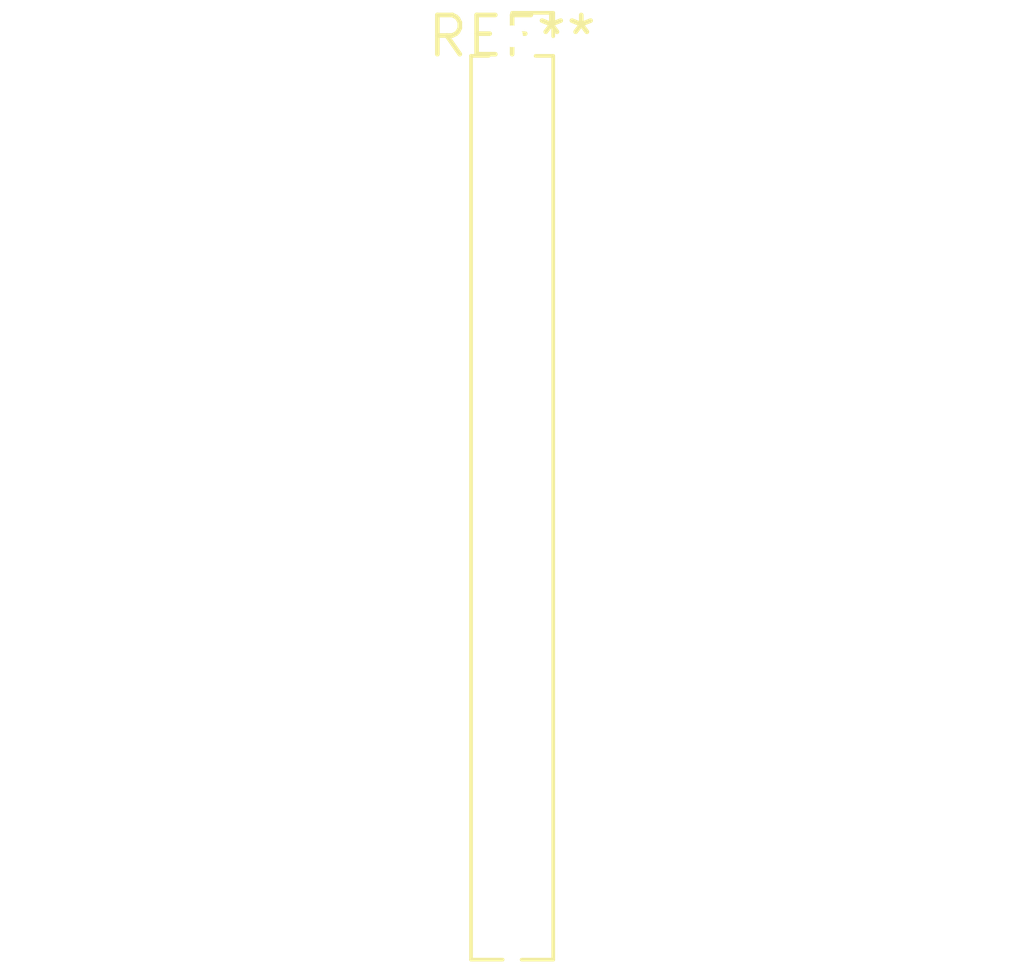
<source format=kicad_pcb>
(kicad_pcb (version 20240108) (generator pcbnew)
  (layers (0 "F.Cu" signal) (31 "B.Cu" signal) (34 "B.Paste" user) (35 "F.Paste" user) (36 "B.SilkS" user "B.Silkscreen") (37 "F.SilkS" user "F.Silkscreen") (38 "B.Mask" user) (39 "F.Mask" user) (44 "Edge.Cuts" user))
  (net 0 "")
  (footprint "PinSocket_1x24_P1.27mm_Vertical" (layer "F.Cu") (at 0 0)
    (property "Reference" "REF**")
    (property "Value" "PinSocket_1x24_P1.27mm_Vertical")
    (fp_line (start -1.33 0.635) (end -1.33 29.905) (layer "F.SilkS") (stroke (width 0.12)))
    (fp_line (start -1.33 0.635) (end -0.76 0.635) (layer "F.SilkS") (stroke (width 0.12)))
    (fp_line (start -1.33 29.905) (end -0.30753 29.905) (layer "F.SilkS") (stroke (width 0.12)))
    (fp_line (start 0 -0.76) (end 1.33 -0.76) (layer "F.SilkS") (stroke (width 0.12)))
    (fp_line (start 0.30753 29.905) (end 1.33 29.905) (layer "F.SilkS") (stroke (width 0.12)))
    (fp_line (start 0.76 0.635) (end 1.33 0.635) (layer "F.SilkS") (stroke (width 0.12)))
    (fp_line (start 1.33 -0.76) (end 1.33 0) (layer "F.SilkS") (stroke (width 0.12)))
    (fp_line (start 1.33 0.635) (end 1.33 29.905) (layer "F.SilkS") (stroke (width 0.12)))
    (pad "1" thru_hole rect (at 0 0) (size 1 1) (drill 0.7) (layers *.Cu *.Mask) (remove_unused_layers))
    (pad "2" thru_hole oval (at 0 1.27) (size 1 1) (drill 0.7) (layers *.Cu *.Mask) (remove_unused_layers))
    (pad "3" thru_hole oval (at 0 2.54) (size 1 1) (drill 0.7) (layers *.Cu *.Mask) (remove_unused_layers))
    (pad "4" thru_hole oval (at 0 3.81) (size 1 1) (drill 0.7) (layers *.Cu *.Mask) (remove_unused_layers))
    (pad "5" thru_hole oval (at 0 5.08) (size 1 1) (drill 0.7) (layers *.Cu *.Mask) (remove_unused_layers))
    (pad "6" thru_hole oval (at 0 6.35) (size 1 1) (drill 0.7) (layers *.Cu *.Mask) (remove_unused_layers))
    (pad "7" thru_hole oval (at 0 7.62) (size 1 1) (drill 0.7) (layers *.Cu *.Mask) (remove_unused_layers))
    (pad "8" thru_hole oval (at 0 8.89) (size 1 1) (drill 0.7) (layers *.Cu *.Mask) (remove_unused_layers))
    (pad "9" thru_hole oval (at 0 10.16) (size 1 1) (drill 0.7) (layers *.Cu *.Mask) (remove_unused_layers))
    (pad "10" thru_hole oval (at 0 11.43) (size 1 1) (drill 0.7) (layers *.Cu *.Mask) (remove_unused_layers))
    (pad "11" thru_hole oval (at 0 12.7) (size 1 1) (drill 0.7) (layers *.Cu *.Mask) (remove_unused_layers))
    (pad "12" thru_hole oval (at 0 13.97) (size 1 1) (drill 0.7) (layers *.Cu *.Mask) (remove_unused_layers))
    (pad "13" thru_hole oval (at 0 15.24) (size 1 1) (drill 0.7) (layers *.Cu *.Mask) (remove_unused_layers))
    (pad "14" thru_hole oval (at 0 16.51) (size 1 1) (drill 0.7) (layers *.Cu *.Mask) (remove_unused_layers))
    (pad "15" thru_hole oval (at 0 17.78) (size 1 1) (drill 0.7) (layers *.Cu *.Mask) (remove_unused_layers))
    (pad "16" thru_hole oval (at 0 19.05) (size 1 1) (drill 0.7) (layers *.Cu *.Mask) (remove_unused_layers))
    (pad "17" thru_hole oval (at 0 20.32) (size 1 1) (drill 0.7) (layers *.Cu *.Mask) (remove_unused_layers))
    (pad "18" thru_hole oval (at 0 21.59) (size 1 1) (drill 0.7) (layers *.Cu *.Mask) (remove_unused_layers))
    (pad "19" thru_hole oval (at 0 22.86) (size 1 1) (drill 0.7) (layers *.Cu *.Mask) (remove_unused_layers))
    (pad "20" thru_hole oval (at 0 24.13) (size 1 1) (drill 0.7) (layers *.Cu *.Mask) (remove_unused_layers))
    (pad "21" thru_hole oval (at 0 25.4) (size 1 1) (drill 0.7) (layers *.Cu *.Mask) (remove_unused_layers))
    (pad "22" thru_hole oval (at 0 26.67) (size 1 1) (drill 0.7) (layers *.Cu *.Mask) (remove_unused_layers))
    (pad "23" thru_hole oval (at 0 27.94) (size 1 1) (drill 0.7) (layers *.Cu *.Mask) (remove_unused_layers))
    (pad "24" thru_hole oval (at 0 29.21) (size 1 1) (drill 0.7) (layers *.Cu *.Mask) (remove_unused_layers))
  )
)
</source>
